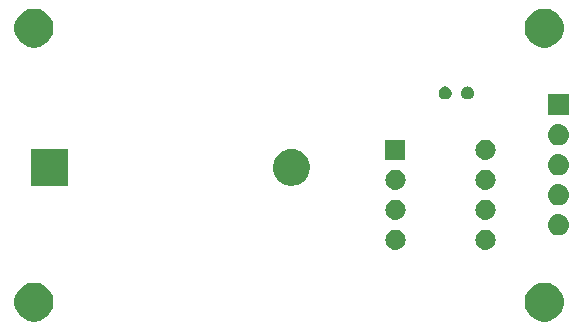
<source format=gbr>
G04 #@! TF.GenerationSoftware,KiCad,Pcbnew,(5.1.2)-2*
G04 #@! TF.CreationDate,2019-09-23T01:23:54-05:00*
G04 #@! TF.ProjectId,rtc,7274632e-6b69-4636-9164-5f7063625858,rev?*
G04 #@! TF.SameCoordinates,Original*
G04 #@! TF.FileFunction,Soldermask,Top*
G04 #@! TF.FilePolarity,Negative*
%FSLAX46Y46*%
G04 Gerber Fmt 4.6, Leading zero omitted, Abs format (unit mm)*
G04 Created by KiCad (PCBNEW (5.1.2)-2) date 2019-09-23 01:23:54*
%MOMM*%
%LPD*%
G04 APERTURE LIST*
%ADD10C,0.100000*%
G04 APERTURE END LIST*
D10*
G36*
X72975256Y-55991298D02*
G01*
X73081579Y-56012447D01*
X73382042Y-56136903D01*
X73652451Y-56317585D01*
X73882415Y-56547549D01*
X74063097Y-56817958D01*
X74187553Y-57118421D01*
X74251000Y-57437391D01*
X74251000Y-57762609D01*
X74187553Y-58081579D01*
X74063097Y-58382042D01*
X73882415Y-58652451D01*
X73652451Y-58882415D01*
X73382042Y-59063097D01*
X73081579Y-59187553D01*
X72975256Y-59208702D01*
X72762611Y-59251000D01*
X72437389Y-59251000D01*
X72224744Y-59208702D01*
X72118421Y-59187553D01*
X71817958Y-59063097D01*
X71547549Y-58882415D01*
X71317585Y-58652451D01*
X71136903Y-58382042D01*
X71012447Y-58081579D01*
X70949000Y-57762609D01*
X70949000Y-57437391D01*
X71012447Y-57118421D01*
X71136903Y-56817958D01*
X71317585Y-56547549D01*
X71547549Y-56317585D01*
X71817958Y-56136903D01*
X72118421Y-56012447D01*
X72224744Y-55991298D01*
X72437389Y-55949000D01*
X72762611Y-55949000D01*
X72975256Y-55991298D01*
X72975256Y-55991298D01*
G37*
G36*
X29775256Y-55991298D02*
G01*
X29881579Y-56012447D01*
X30182042Y-56136903D01*
X30452451Y-56317585D01*
X30682415Y-56547549D01*
X30863097Y-56817958D01*
X30987553Y-57118421D01*
X31051000Y-57437391D01*
X31051000Y-57762609D01*
X30987553Y-58081579D01*
X30863097Y-58382042D01*
X30682415Y-58652451D01*
X30452451Y-58882415D01*
X30182042Y-59063097D01*
X29881579Y-59187553D01*
X29775256Y-59208702D01*
X29562611Y-59251000D01*
X29237389Y-59251000D01*
X29024744Y-59208702D01*
X28918421Y-59187553D01*
X28617958Y-59063097D01*
X28347549Y-58882415D01*
X28117585Y-58652451D01*
X27936903Y-58382042D01*
X27812447Y-58081579D01*
X27749000Y-57762609D01*
X27749000Y-57437391D01*
X27812447Y-57118421D01*
X27936903Y-56817958D01*
X28117585Y-56547549D01*
X28347549Y-56317585D01*
X28617958Y-56136903D01*
X28918421Y-56012447D01*
X29024744Y-55991298D01*
X29237389Y-55949000D01*
X29562611Y-55949000D01*
X29775256Y-55991298D01*
X29775256Y-55991298D01*
G37*
G36*
X67786823Y-51481313D02*
G01*
X67947242Y-51529976D01*
X68079906Y-51600886D01*
X68095078Y-51608996D01*
X68224659Y-51715341D01*
X68331004Y-51844922D01*
X68331005Y-51844924D01*
X68410024Y-51992758D01*
X68458687Y-52153177D01*
X68475117Y-52320000D01*
X68458687Y-52486823D01*
X68410024Y-52647242D01*
X68339114Y-52779906D01*
X68331004Y-52795078D01*
X68224659Y-52924659D01*
X68095078Y-53031004D01*
X68095076Y-53031005D01*
X67947242Y-53110024D01*
X67786823Y-53158687D01*
X67661804Y-53171000D01*
X67578196Y-53171000D01*
X67453177Y-53158687D01*
X67292758Y-53110024D01*
X67144924Y-53031005D01*
X67144922Y-53031004D01*
X67015341Y-52924659D01*
X66908996Y-52795078D01*
X66900886Y-52779906D01*
X66829976Y-52647242D01*
X66781313Y-52486823D01*
X66764883Y-52320000D01*
X66781313Y-52153177D01*
X66829976Y-51992758D01*
X66908995Y-51844924D01*
X66908996Y-51844922D01*
X67015341Y-51715341D01*
X67144922Y-51608996D01*
X67160094Y-51600886D01*
X67292758Y-51529976D01*
X67453177Y-51481313D01*
X67578196Y-51469000D01*
X67661804Y-51469000D01*
X67786823Y-51481313D01*
X67786823Y-51481313D01*
G37*
G36*
X60166823Y-51481313D02*
G01*
X60327242Y-51529976D01*
X60459906Y-51600886D01*
X60475078Y-51608996D01*
X60604659Y-51715341D01*
X60711004Y-51844922D01*
X60711005Y-51844924D01*
X60790024Y-51992758D01*
X60838687Y-52153177D01*
X60855117Y-52320000D01*
X60838687Y-52486823D01*
X60790024Y-52647242D01*
X60719114Y-52779906D01*
X60711004Y-52795078D01*
X60604659Y-52924659D01*
X60475078Y-53031004D01*
X60475076Y-53031005D01*
X60327242Y-53110024D01*
X60166823Y-53158687D01*
X60041804Y-53171000D01*
X59958196Y-53171000D01*
X59833177Y-53158687D01*
X59672758Y-53110024D01*
X59524924Y-53031005D01*
X59524922Y-53031004D01*
X59395341Y-52924659D01*
X59288996Y-52795078D01*
X59280886Y-52779906D01*
X59209976Y-52647242D01*
X59161313Y-52486823D01*
X59144883Y-52320000D01*
X59161313Y-52153177D01*
X59209976Y-51992758D01*
X59288995Y-51844924D01*
X59288996Y-51844922D01*
X59395341Y-51715341D01*
X59524922Y-51608996D01*
X59540094Y-51600886D01*
X59672758Y-51529976D01*
X59833177Y-51481313D01*
X59958196Y-51469000D01*
X60041804Y-51469000D01*
X60166823Y-51481313D01*
X60166823Y-51481313D01*
G37*
G36*
X73910442Y-50165518D02*
G01*
X73976627Y-50172037D01*
X74146466Y-50223557D01*
X74302991Y-50307222D01*
X74338729Y-50336552D01*
X74440186Y-50419814D01*
X74498609Y-50491004D01*
X74552778Y-50557009D01*
X74636443Y-50713534D01*
X74687963Y-50883373D01*
X74705359Y-51060000D01*
X74687963Y-51236627D01*
X74636443Y-51406466D01*
X74552778Y-51562991D01*
X74523448Y-51598729D01*
X74440186Y-51700186D01*
X74338729Y-51783448D01*
X74302991Y-51812778D01*
X74146466Y-51896443D01*
X73976627Y-51947963D01*
X73910442Y-51954482D01*
X73844260Y-51961000D01*
X73755740Y-51961000D01*
X73689558Y-51954482D01*
X73623373Y-51947963D01*
X73453534Y-51896443D01*
X73297009Y-51812778D01*
X73261271Y-51783448D01*
X73159814Y-51700186D01*
X73076552Y-51598729D01*
X73047222Y-51562991D01*
X72963557Y-51406466D01*
X72912037Y-51236627D01*
X72894641Y-51060000D01*
X72912037Y-50883373D01*
X72963557Y-50713534D01*
X73047222Y-50557009D01*
X73101391Y-50491004D01*
X73159814Y-50419814D01*
X73261271Y-50336552D01*
X73297009Y-50307222D01*
X73453534Y-50223557D01*
X73623373Y-50172037D01*
X73689558Y-50165518D01*
X73755740Y-50159000D01*
X73844260Y-50159000D01*
X73910442Y-50165518D01*
X73910442Y-50165518D01*
G37*
G36*
X67786823Y-48941313D02*
G01*
X67947242Y-48989976D01*
X68079906Y-49060886D01*
X68095078Y-49068996D01*
X68224659Y-49175341D01*
X68331004Y-49304922D01*
X68331005Y-49304924D01*
X68410024Y-49452758D01*
X68458687Y-49613177D01*
X68475117Y-49780000D01*
X68458687Y-49946823D01*
X68410024Y-50107242D01*
X68375390Y-50172037D01*
X68331004Y-50255078D01*
X68224659Y-50384659D01*
X68095078Y-50491004D01*
X68095076Y-50491005D01*
X67947242Y-50570024D01*
X67786823Y-50618687D01*
X67661804Y-50631000D01*
X67578196Y-50631000D01*
X67453177Y-50618687D01*
X67292758Y-50570024D01*
X67144924Y-50491005D01*
X67144922Y-50491004D01*
X67015341Y-50384659D01*
X66908996Y-50255078D01*
X66864610Y-50172037D01*
X66829976Y-50107242D01*
X66781313Y-49946823D01*
X66764883Y-49780000D01*
X66781313Y-49613177D01*
X66829976Y-49452758D01*
X66908995Y-49304924D01*
X66908996Y-49304922D01*
X67015341Y-49175341D01*
X67144922Y-49068996D01*
X67160094Y-49060886D01*
X67292758Y-48989976D01*
X67453177Y-48941313D01*
X67578196Y-48929000D01*
X67661804Y-48929000D01*
X67786823Y-48941313D01*
X67786823Y-48941313D01*
G37*
G36*
X60166823Y-48941313D02*
G01*
X60327242Y-48989976D01*
X60459906Y-49060886D01*
X60475078Y-49068996D01*
X60604659Y-49175341D01*
X60711004Y-49304922D01*
X60711005Y-49304924D01*
X60790024Y-49452758D01*
X60838687Y-49613177D01*
X60855117Y-49780000D01*
X60838687Y-49946823D01*
X60790024Y-50107242D01*
X60755390Y-50172037D01*
X60711004Y-50255078D01*
X60604659Y-50384659D01*
X60475078Y-50491004D01*
X60475076Y-50491005D01*
X60327242Y-50570024D01*
X60166823Y-50618687D01*
X60041804Y-50631000D01*
X59958196Y-50631000D01*
X59833177Y-50618687D01*
X59672758Y-50570024D01*
X59524924Y-50491005D01*
X59524922Y-50491004D01*
X59395341Y-50384659D01*
X59288996Y-50255078D01*
X59244610Y-50172037D01*
X59209976Y-50107242D01*
X59161313Y-49946823D01*
X59144883Y-49780000D01*
X59161313Y-49613177D01*
X59209976Y-49452758D01*
X59288995Y-49304924D01*
X59288996Y-49304922D01*
X59395341Y-49175341D01*
X59524922Y-49068996D01*
X59540094Y-49060886D01*
X59672758Y-48989976D01*
X59833177Y-48941313D01*
X59958196Y-48929000D01*
X60041804Y-48929000D01*
X60166823Y-48941313D01*
X60166823Y-48941313D01*
G37*
G36*
X73910442Y-47625518D02*
G01*
X73976627Y-47632037D01*
X74146466Y-47683557D01*
X74302991Y-47767222D01*
X74338729Y-47796552D01*
X74440186Y-47879814D01*
X74498609Y-47951004D01*
X74552778Y-48017009D01*
X74636443Y-48173534D01*
X74687963Y-48343373D01*
X74705359Y-48520000D01*
X74687963Y-48696627D01*
X74636443Y-48866466D01*
X74552778Y-49022991D01*
X74523448Y-49058729D01*
X74440186Y-49160186D01*
X74338729Y-49243448D01*
X74302991Y-49272778D01*
X74146466Y-49356443D01*
X73976627Y-49407963D01*
X73910442Y-49414482D01*
X73844260Y-49421000D01*
X73755740Y-49421000D01*
X73689558Y-49414482D01*
X73623373Y-49407963D01*
X73453534Y-49356443D01*
X73297009Y-49272778D01*
X73261271Y-49243448D01*
X73159814Y-49160186D01*
X73076552Y-49058729D01*
X73047222Y-49022991D01*
X72963557Y-48866466D01*
X72912037Y-48696627D01*
X72894641Y-48520000D01*
X72912037Y-48343373D01*
X72963557Y-48173534D01*
X73047222Y-48017009D01*
X73101391Y-47951004D01*
X73159814Y-47879814D01*
X73261271Y-47796552D01*
X73297009Y-47767222D01*
X73453534Y-47683557D01*
X73623373Y-47632037D01*
X73689558Y-47625518D01*
X73755740Y-47619000D01*
X73844260Y-47619000D01*
X73910442Y-47625518D01*
X73910442Y-47625518D01*
G37*
G36*
X67786823Y-46401313D02*
G01*
X67947242Y-46449976D01*
X68079906Y-46520886D01*
X68095078Y-46528996D01*
X68224659Y-46635341D01*
X68331004Y-46764922D01*
X68331005Y-46764924D01*
X68410024Y-46912758D01*
X68458687Y-47073177D01*
X68475117Y-47240000D01*
X68458687Y-47406823D01*
X68410024Y-47567242D01*
X68375390Y-47632037D01*
X68331004Y-47715078D01*
X68224659Y-47844659D01*
X68095078Y-47951004D01*
X68095076Y-47951005D01*
X67947242Y-48030024D01*
X67786823Y-48078687D01*
X67661804Y-48091000D01*
X67578196Y-48091000D01*
X67453177Y-48078687D01*
X67292758Y-48030024D01*
X67144924Y-47951005D01*
X67144922Y-47951004D01*
X67015341Y-47844659D01*
X66908996Y-47715078D01*
X66864610Y-47632037D01*
X66829976Y-47567242D01*
X66781313Y-47406823D01*
X66764883Y-47240000D01*
X66781313Y-47073177D01*
X66829976Y-46912758D01*
X66908995Y-46764924D01*
X66908996Y-46764922D01*
X67015341Y-46635341D01*
X67144922Y-46528996D01*
X67160094Y-46520886D01*
X67292758Y-46449976D01*
X67453177Y-46401313D01*
X67578196Y-46389000D01*
X67661804Y-46389000D01*
X67786823Y-46401313D01*
X67786823Y-46401313D01*
G37*
G36*
X60166823Y-46401313D02*
G01*
X60327242Y-46449976D01*
X60459906Y-46520886D01*
X60475078Y-46528996D01*
X60604659Y-46635341D01*
X60711004Y-46764922D01*
X60711005Y-46764924D01*
X60790024Y-46912758D01*
X60838687Y-47073177D01*
X60855117Y-47240000D01*
X60838687Y-47406823D01*
X60790024Y-47567242D01*
X60755390Y-47632037D01*
X60711004Y-47715078D01*
X60604659Y-47844659D01*
X60475078Y-47951004D01*
X60475076Y-47951005D01*
X60327242Y-48030024D01*
X60166823Y-48078687D01*
X60041804Y-48091000D01*
X59958196Y-48091000D01*
X59833177Y-48078687D01*
X59672758Y-48030024D01*
X59524924Y-47951005D01*
X59524922Y-47951004D01*
X59395341Y-47844659D01*
X59288996Y-47715078D01*
X59244610Y-47632037D01*
X59209976Y-47567242D01*
X59161313Y-47406823D01*
X59144883Y-47240000D01*
X59161313Y-47073177D01*
X59209976Y-46912758D01*
X59288995Y-46764924D01*
X59288996Y-46764922D01*
X59395341Y-46635341D01*
X59524922Y-46528996D01*
X59540094Y-46520886D01*
X59672758Y-46449976D01*
X59833177Y-46401313D01*
X59958196Y-46389000D01*
X60041804Y-46389000D01*
X60166823Y-46401313D01*
X60166823Y-46401313D01*
G37*
G36*
X32251000Y-47751000D02*
G01*
X29149000Y-47751000D01*
X29149000Y-44649000D01*
X32251000Y-44649000D01*
X32251000Y-47751000D01*
X32251000Y-47751000D01*
G37*
G36*
X51492585Y-44678802D02*
G01*
X51642410Y-44708604D01*
X51924674Y-44825521D01*
X52178705Y-44995259D01*
X52394741Y-45211295D01*
X52564479Y-45465326D01*
X52681396Y-45747590D01*
X52681396Y-45747591D01*
X52741000Y-46047239D01*
X52741000Y-46352761D01*
X52711198Y-46502585D01*
X52681396Y-46652410D01*
X52564479Y-46934674D01*
X52394741Y-47188705D01*
X52178705Y-47404741D01*
X51924674Y-47574479D01*
X51642410Y-47691396D01*
X51523362Y-47715076D01*
X51342761Y-47751000D01*
X51037239Y-47751000D01*
X50856638Y-47715076D01*
X50737590Y-47691396D01*
X50455326Y-47574479D01*
X50201295Y-47404741D01*
X49985259Y-47188705D01*
X49815521Y-46934674D01*
X49698604Y-46652410D01*
X49668802Y-46502585D01*
X49639000Y-46352761D01*
X49639000Y-46047239D01*
X49698604Y-45747591D01*
X49698604Y-45747590D01*
X49815521Y-45465326D01*
X49985259Y-45211295D01*
X50201295Y-44995259D01*
X50455326Y-44825521D01*
X50737590Y-44708604D01*
X50887415Y-44678802D01*
X51037239Y-44649000D01*
X51342761Y-44649000D01*
X51492585Y-44678802D01*
X51492585Y-44678802D01*
G37*
G36*
X73910442Y-45085518D02*
G01*
X73976627Y-45092037D01*
X74146466Y-45143557D01*
X74302991Y-45227222D01*
X74338729Y-45256552D01*
X74440186Y-45339814D01*
X74498609Y-45411004D01*
X74552778Y-45477009D01*
X74636443Y-45633534D01*
X74687963Y-45803373D01*
X74705359Y-45980000D01*
X74687963Y-46156627D01*
X74636443Y-46326466D01*
X74636442Y-46326468D01*
X74622388Y-46352761D01*
X74552778Y-46482991D01*
X74523448Y-46518729D01*
X74440186Y-46620186D01*
X74338729Y-46703448D01*
X74302991Y-46732778D01*
X74146466Y-46816443D01*
X73976627Y-46867963D01*
X73910442Y-46874482D01*
X73844260Y-46881000D01*
X73755740Y-46881000D01*
X73689557Y-46874481D01*
X73623373Y-46867963D01*
X73453534Y-46816443D01*
X73297009Y-46732778D01*
X73261271Y-46703448D01*
X73159814Y-46620186D01*
X73076552Y-46518729D01*
X73047222Y-46482991D01*
X72977612Y-46352761D01*
X72963558Y-46326468D01*
X72963557Y-46326466D01*
X72912037Y-46156627D01*
X72894641Y-45980000D01*
X72912037Y-45803373D01*
X72963557Y-45633534D01*
X73047222Y-45477009D01*
X73101391Y-45411004D01*
X73159814Y-45339814D01*
X73261271Y-45256552D01*
X73297009Y-45227222D01*
X73453534Y-45143557D01*
X73623373Y-45092037D01*
X73689558Y-45085518D01*
X73755740Y-45079000D01*
X73844260Y-45079000D01*
X73910442Y-45085518D01*
X73910442Y-45085518D01*
G37*
G36*
X67786823Y-43861313D02*
G01*
X67947242Y-43909976D01*
X68079906Y-43980886D01*
X68095078Y-43988996D01*
X68224659Y-44095341D01*
X68331004Y-44224922D01*
X68331005Y-44224924D01*
X68410024Y-44372758D01*
X68458687Y-44533177D01*
X68475117Y-44700000D01*
X68458687Y-44866823D01*
X68410024Y-45027242D01*
X68375390Y-45092037D01*
X68331004Y-45175078D01*
X68224659Y-45304659D01*
X68095078Y-45411004D01*
X68095076Y-45411005D01*
X67947242Y-45490024D01*
X67786823Y-45538687D01*
X67661804Y-45551000D01*
X67578196Y-45551000D01*
X67453177Y-45538687D01*
X67292758Y-45490024D01*
X67144924Y-45411005D01*
X67144922Y-45411004D01*
X67015341Y-45304659D01*
X66908996Y-45175078D01*
X66864610Y-45092037D01*
X66829976Y-45027242D01*
X66781313Y-44866823D01*
X66764883Y-44700000D01*
X66781313Y-44533177D01*
X66829976Y-44372758D01*
X66908995Y-44224924D01*
X66908996Y-44224922D01*
X67015341Y-44095341D01*
X67144922Y-43988996D01*
X67160094Y-43980886D01*
X67292758Y-43909976D01*
X67453177Y-43861313D01*
X67578196Y-43849000D01*
X67661804Y-43849000D01*
X67786823Y-43861313D01*
X67786823Y-43861313D01*
G37*
G36*
X60851000Y-45551000D02*
G01*
X59149000Y-45551000D01*
X59149000Y-43849000D01*
X60851000Y-43849000D01*
X60851000Y-45551000D01*
X60851000Y-45551000D01*
G37*
G36*
X73910443Y-42545519D02*
G01*
X73976627Y-42552037D01*
X74146466Y-42603557D01*
X74302991Y-42687222D01*
X74338729Y-42716552D01*
X74440186Y-42799814D01*
X74523448Y-42901271D01*
X74552778Y-42937009D01*
X74636443Y-43093534D01*
X74687963Y-43263373D01*
X74705359Y-43440000D01*
X74687963Y-43616627D01*
X74636443Y-43786466D01*
X74552778Y-43942991D01*
X74523448Y-43978729D01*
X74440186Y-44080186D01*
X74338729Y-44163448D01*
X74302991Y-44192778D01*
X74146466Y-44276443D01*
X73976627Y-44327963D01*
X73910442Y-44334482D01*
X73844260Y-44341000D01*
X73755740Y-44341000D01*
X73689558Y-44334482D01*
X73623373Y-44327963D01*
X73453534Y-44276443D01*
X73297009Y-44192778D01*
X73261271Y-44163448D01*
X73159814Y-44080186D01*
X73076552Y-43978729D01*
X73047222Y-43942991D01*
X72963557Y-43786466D01*
X72912037Y-43616627D01*
X72894641Y-43440000D01*
X72912037Y-43263373D01*
X72963557Y-43093534D01*
X73047222Y-42937009D01*
X73076552Y-42901271D01*
X73159814Y-42799814D01*
X73261271Y-42716552D01*
X73297009Y-42687222D01*
X73453534Y-42603557D01*
X73623373Y-42552037D01*
X73689557Y-42545519D01*
X73755740Y-42539000D01*
X73844260Y-42539000D01*
X73910443Y-42545519D01*
X73910443Y-42545519D01*
G37*
G36*
X74701000Y-41801000D02*
G01*
X72899000Y-41801000D01*
X72899000Y-39999000D01*
X74701000Y-39999000D01*
X74701000Y-41801000D01*
X74701000Y-41801000D01*
G37*
G36*
X66260721Y-39370174D02*
G01*
X66360995Y-39411709D01*
X66360996Y-39411710D01*
X66451242Y-39472010D01*
X66527990Y-39548758D01*
X66527991Y-39548760D01*
X66588291Y-39639005D01*
X66629826Y-39739279D01*
X66651000Y-39845730D01*
X66651000Y-39954270D01*
X66629826Y-40060721D01*
X66588291Y-40160995D01*
X66588290Y-40160996D01*
X66527990Y-40251242D01*
X66451242Y-40327990D01*
X66405812Y-40358345D01*
X66360995Y-40388291D01*
X66260721Y-40429826D01*
X66154270Y-40451000D01*
X66045730Y-40451000D01*
X65939279Y-40429826D01*
X65839005Y-40388291D01*
X65794188Y-40358345D01*
X65748758Y-40327990D01*
X65672010Y-40251242D01*
X65611710Y-40160996D01*
X65611709Y-40160995D01*
X65570174Y-40060721D01*
X65549000Y-39954270D01*
X65549000Y-39845730D01*
X65570174Y-39739279D01*
X65611709Y-39639005D01*
X65672009Y-39548760D01*
X65672010Y-39548758D01*
X65748758Y-39472010D01*
X65839004Y-39411710D01*
X65839005Y-39411709D01*
X65939279Y-39370174D01*
X66045730Y-39349000D01*
X66154270Y-39349000D01*
X66260721Y-39370174D01*
X66260721Y-39370174D01*
G37*
G36*
X64360721Y-39370174D02*
G01*
X64460995Y-39411709D01*
X64460996Y-39411710D01*
X64551242Y-39472010D01*
X64627990Y-39548758D01*
X64627991Y-39548760D01*
X64688291Y-39639005D01*
X64729826Y-39739279D01*
X64751000Y-39845730D01*
X64751000Y-39954270D01*
X64729826Y-40060721D01*
X64688291Y-40160995D01*
X64688290Y-40160996D01*
X64627990Y-40251242D01*
X64551242Y-40327990D01*
X64505812Y-40358345D01*
X64460995Y-40388291D01*
X64360721Y-40429826D01*
X64254270Y-40451000D01*
X64145730Y-40451000D01*
X64039279Y-40429826D01*
X63939005Y-40388291D01*
X63894188Y-40358345D01*
X63848758Y-40327990D01*
X63772010Y-40251242D01*
X63711710Y-40160996D01*
X63711709Y-40160995D01*
X63670174Y-40060721D01*
X63649000Y-39954270D01*
X63649000Y-39845730D01*
X63670174Y-39739279D01*
X63711709Y-39639005D01*
X63772009Y-39548760D01*
X63772010Y-39548758D01*
X63848758Y-39472010D01*
X63939004Y-39411710D01*
X63939005Y-39411709D01*
X64039279Y-39370174D01*
X64145730Y-39349000D01*
X64254270Y-39349000D01*
X64360721Y-39370174D01*
X64360721Y-39370174D01*
G37*
G36*
X29775256Y-32791298D02*
G01*
X29881579Y-32812447D01*
X30182042Y-32936903D01*
X30452451Y-33117585D01*
X30682415Y-33347549D01*
X30863097Y-33617958D01*
X30987553Y-33918421D01*
X31051000Y-34237391D01*
X31051000Y-34562609D01*
X30987553Y-34881579D01*
X30863097Y-35182042D01*
X30682415Y-35452451D01*
X30452451Y-35682415D01*
X30182042Y-35863097D01*
X29881579Y-35987553D01*
X29775256Y-36008702D01*
X29562611Y-36051000D01*
X29237389Y-36051000D01*
X29024744Y-36008702D01*
X28918421Y-35987553D01*
X28617958Y-35863097D01*
X28347549Y-35682415D01*
X28117585Y-35452451D01*
X27936903Y-35182042D01*
X27812447Y-34881579D01*
X27749000Y-34562609D01*
X27749000Y-34237391D01*
X27812447Y-33918421D01*
X27936903Y-33617958D01*
X28117585Y-33347549D01*
X28347549Y-33117585D01*
X28617958Y-32936903D01*
X28918421Y-32812447D01*
X29024744Y-32791298D01*
X29237389Y-32749000D01*
X29562611Y-32749000D01*
X29775256Y-32791298D01*
X29775256Y-32791298D01*
G37*
G36*
X72975256Y-32791298D02*
G01*
X73081579Y-32812447D01*
X73382042Y-32936903D01*
X73652451Y-33117585D01*
X73882415Y-33347549D01*
X74063097Y-33617958D01*
X74187553Y-33918421D01*
X74251000Y-34237391D01*
X74251000Y-34562609D01*
X74187553Y-34881579D01*
X74063097Y-35182042D01*
X73882415Y-35452451D01*
X73652451Y-35682415D01*
X73382042Y-35863097D01*
X73081579Y-35987553D01*
X72975256Y-36008702D01*
X72762611Y-36051000D01*
X72437389Y-36051000D01*
X72224744Y-36008702D01*
X72118421Y-35987553D01*
X71817958Y-35863097D01*
X71547549Y-35682415D01*
X71317585Y-35452451D01*
X71136903Y-35182042D01*
X71012447Y-34881579D01*
X70949000Y-34562609D01*
X70949000Y-34237391D01*
X71012447Y-33918421D01*
X71136903Y-33617958D01*
X71317585Y-33347549D01*
X71547549Y-33117585D01*
X71817958Y-32936903D01*
X72118421Y-32812447D01*
X72224744Y-32791298D01*
X72437389Y-32749000D01*
X72762611Y-32749000D01*
X72975256Y-32791298D01*
X72975256Y-32791298D01*
G37*
M02*

</source>
